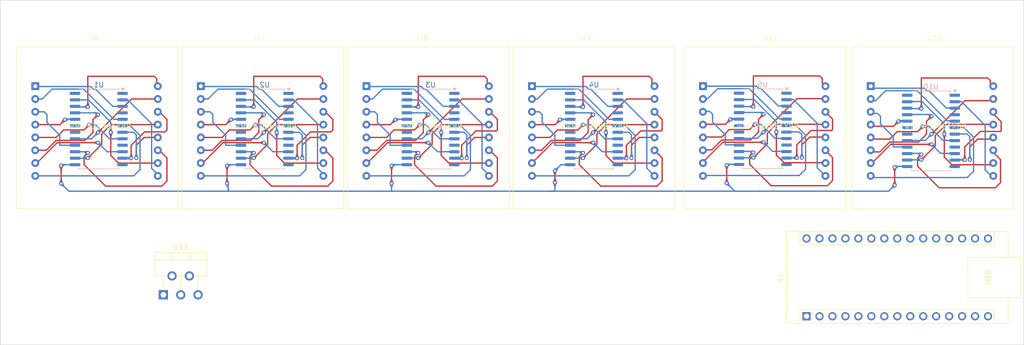
<source format=kicad_pcb>
(kicad_pcb (version 20240108) (generator "pcbnew") (generator_version "8.0")
  (layers (0 "F.Cu" signal) (31 "B.Cu" signal) (34 "B.Paste" user) (35 "F.Paste" user) (36 "B.SilkS" user "B.Silkscreen") (37 "F.SilkS" user "F.Silkscreen") (38 "B.Mask" user) (39 "F.Mask" user) (44 "Edge.Cuts" user))
  (net 0 "")
  (net 1 "MOSI")
  (net 2 "MISO")
  (net 3 "GND")
  (net 4 "SCLK")
  (net 5 "DIG_7_U1")
  (net 6 "SEG_G_U1")
  (net 7 "DIG_2_U1")
  (net 8 "Net-(U2-DOUT)")
  (net 9 "DIG_1_U1")
  (net 10 "SEG_D_U1")
  (net 11 "DIG_5_U1")
  (net 12 "DIG_3_U1")
  (net 14 "DIG_0_U1")
  (net 15 "SEG_B_U1")
  (net 16 "SEG_DP_U1")
  (net 17 "+5V")
  (net 18 "SEG_C_U1")
  (net 19 "SEG_E_U1")
  (net 20 "CS_U1")
  (net 21 "SEG_A_U1")
  (net 22 "SEG_F_U1")
  (net 23 "DIG_4_U1")
  (net 24 "DIG_6_U1")
  (net 25 "CS_U2")
  (net 26 "DIG_0_U2")
  (net 27 "DIG_1_U2")
  (net 28 "DIG_5_U2")
  (net 29 "Net-(U3-DOUT)")
  (net 30 "DIG_3_U2")
  (net 31 "SEG_C_U2")
  (net 32 "DIG_2_U2")
  (net 33 "DIG_6_U2")
  (net 34 "SEG_F_U2")
  (net 35 "DIG_4_U2")
  (net 36 "DIG_7_U2")
  (net 37 "SEG_B_U2")
  (net 38 "SEG_DP_U2")
  (net 40 "SEG_E_U2")
  (net 41 "SEG_A_U2")
  (net 42 "SEG_D_U2")
  (net 43 "SEG_G_U2")
  (net 44 "SEG_E_U3")
  (net 45 "SEG_DP_U3")
  (net 47 "SEG_F_U3")
  (net 48 "DIG_6_U3")
  (net 49 "DIG_2_U3")
  (net 50 "DIG_3_U3")
  (net 51 "CS_U3")
  (net 52 "SEG_A_U3")
  (net 53 "DIG_4_U3")
  (net 54 "DIG_0_U3")
  (net 55 "SEG_B_U3")
  (net 56 "SEG_C_U3")
  (net 57 "SEG_G_U3")
  (net 59 "SEG_D_U3")
  (net 60 "DIG_5_U3")
  (net 61 "DIG_1_U3")
  (net 62 "DIG_7_U3")
  (net 63 "DIG_3_U4")
  (net 64 "DIG_1_U4")
  (net 65 "SEG_F_U4")
  (net 66 "SEG_A_U4")
  (net 67 "DIG_6_U4")
  (net 69 "SEG_C_U4")
  (net 71 "SEG_DP_U4")
  (net 72 "DIG_7_U4")
  (net 73 "SEG_G_U4")
  (net 74 "SEG_E_U4")
  (net 75 "SEG_D_U4")
  (net 76 "CS_U4")
  (net 77 "SEG_B_U4")
  (net 78 "DIG_5_U4")
  (net 79 "DIG_2_U4")
  (net 80 "DIG_0_U4")
  (net 81 "DIG_4_U4")
  (net 104 "Net-(U1-DOUT)")
  (net 106 "Net-(U4-DOUT)")
  (net 107 "DIG_1_U5")
  (net 109 "SEG_C_U5")
  (net 110 "DIG_6_U5")
  (net 111 "SEG_A_U5")
  (net 112 "DIG_7_U5")
  (net 113 "DIG_3_U5")
  (net 114 "DIG_4_U5")
  (net 115 "Net-(U10-DIN)")
  (net 116 "CS_U5")
  (net 117 "DIG_5_U5")
  (net 118 "DIG_0_U5")
  (net 119 "SEG_E_U5")
  (net 120 "SEG_B_U5")
  (net 121 "SEG_D_U5")
  (net 122 "SEG_F_U5")
  (net 123 "SEG_DP_U5")
  (net 124 "DIG_2_U5")
  (net 125 "SEG_G_U5")
  (net 126 "DIG_6_U10")
  (net 127 "DIG_2_U10")
  (net 128 "SEG_G_U10")
  (net 129 "DIG_0_U10")
  (net 130 "SEG_B_U10")
  (net 131 "SEG_C_U10")
  (net 132 "CS_U10")
  (net 133 "DIG_1_U10")
  (net 134 "DIG_7_U10")
  (net 135 "SEG_DP_U10")
  (net 136 "SEG_F_U10")
  (net 138 "DIG_3_U10")
  (net 139 "SEG_E_U10")
  (net 140 "SEG_D_U10")
  (net 142 "DIG_4_U10")
  (net 143 "SEG_A_U10")
  (net 144 "DIG_5_U10")
  (footprint "1_My_Custom_Library:KWM-R30881CBB" (layer "F.Cu") (at 160.6 67.73)
    (property "Reference" "U9")
    (property "Value" "KWM-R30881CBB")
  )
  (footprint "1_My_Custom_Library:KWM-R30881CBB" (layer "F.Cu") (at 226.961802 67.73)
    (property "Reference" "U12")
    (property "Value" "KWM-R30881CBB")
  )
  (footprint "1_My_Custom_Library:KWM-R30881CBB" (layer "F.Cu") (at 63.31 67.73)
    (property "Reference" "U6")
    (property "Value" "KWM-R30881CBB")
  )
  (footprint "1_My_Custom_Library:KWM-R30881CBB" (layer "F.Cu") (at 95.74 67.73)
    (property "Reference" "U7")
    (property "Value" "KWM-R30881CBB")
  )
  (footprint "Module:Arduino_Nano" (layer "F.Cu") (at 214.38 112.8 90)
    (property "Reference" "A1")
    (property "Value" "Arduino_Nano_ESP32")
  )
  (footprint "1_My_Custom_Library:KWM-R30881CBB" (layer "F.Cu") (at 128.17 67.73)
    (property "Reference" "U8")
    (property "Value" "KWM-R30881CBB")
  )
  (footprint "1_My_Custom_Library:KWM-R30881CBB" (layer "F.Cu") (at 194.091802 67.73)
    (property "Reference" "U11")
    (property "Value" "KWM-R30881CBB")
  )
  (footprint "Package_TO_SOT_THT:TO-220-5_P3.4x3.7mm_StaggerOdd_Lead3.8mm_Vertical" (layer "F.Cu") (at 88.4 108.6)
    (property "Reference" "U13")
    (property "Value" "LM2679T-ADJ")
  )
  (footprint "Package_SO:SOIC-24W_7.5x15.4mm_P1.27mm" (layer "B.Cu") (at 238.761802 76.49 180)
    (property "Reference" "U10")
    (property "Value" "MAX7219")
  )
  (footprint "Package_SO:SOIC-24W_7.5x15.4mm_P1.27mm" (layer "B.Cu") (at 172.75 76.125 180)
    (property "Reference" "U4")
    (property "Value" "MAX7219")
  )
  (footprint "Package_SO:SOIC-24W_7.5x15.4mm_P1.27mm" (layer "B.Cu") (at 205.811802 76.09 180)
    (property "Reference" "U5")
    (property "Value" "MAX7219")
  )
  (footprint "Package_SO:SOIC-24W_7.5x15.4mm_P1.27mm" (layer "B.Cu") (at 108.25 76.125 180)
    (property "Reference" "U2")
    (property "Value" "MAX7219")
  )
  (footprint "Package_SO:SOIC-24W_7.5x15.4mm_P1.27mm" (layer "B.Cu") (at 75.75 76.125 180)
    (property "Reference" "U1")
    (property "Value" "MAX7219")
  )
  (footprint "Package_SO:SOIC-24W_7.5x15.4mm_P1.27mm" (layer "B.Cu") (at 140.75 76.125 180)
    (property "Reference" "U3")
    (property "Value" "MAX7219")
  )
  (gr_rect (start 56.45 50.9) (end 256.95 118.4) (stroke (width 0.1)) (fill none) (layer "Edge.Cuts"))
  (segment (start 198.75 86.725) (end 198.75 83.225) (width 0.25) (layer "F.Cu") (net 4))
  (segment (start 133.1 86.8) (end 133.1 83.3) (width 0.25) (layer "F.Cu") (net 4))
  (segment (start 100.875 86.8) (end 100.875 83.3) (width 0.25) (layer "F.Cu") (net 4))
  (segment (start 68.375 86.8) (end 68.375 83.3) (width 0.25) (layer "F.Cu") (net 4))
  (segment (start 165.1 86.6) (end 165.1 84.3) (width 0.25) (layer "F.Cu") (net 4))
  (segment (start 231.65 87.125) (end 231.65 83.625) (width 0.25) (layer "F.Cu") (net 4))
  (via (at 198.75 83.225) (size 0.8) (drill 0.4) (layers "F.Cu" "B.Cu") (net 4))
  (via (at 68.375 83.3) (size 0.8) (drill 0.4) (layers "F.Cu" "B.Cu") (net 4))
  (via (at 133.1 83.3) (size 0.8) (drill 0.4) (layers "F.Cu" "B.Cu") (net 4))
  (via (at 165.1 86.6) (size 0.8) (drill 0.4) (layers "F.Cu" "B.Cu") (net 4))
  (via (at 198.75 86.725) (size 0.8) (drill 0.4) (layers "F.Cu" "B.Cu") (net 4))
  (via (at 100.875 83.3) (size 0.8) (drill 0.4) (layers "F.Cu" "B.Cu") (net 4))
  (via (at 231.65 83.625) (size 0.8) (drill 0.4) (layers "F.Cu" "B.Cu") (net 4))
  (via (at 231.65 87.125) (size 0.8) (drill 0.4) (layers "F.Cu" "B.Cu") (net 4))
  (via (at 100.875 86.8) (size 0.8) (drill 0.4) (layers "F.Cu" "B.Cu") (net 4))
  (via (at 133.1 86.8) (size 0.8) (drill 0.4) (layers "F.Cu" "B.Cu") (net 4))
  (via (at 68.375 86.8) (size 0.8) (drill 0.4) (layers "F.Cu" "B.Cu") (net 4))
  (via (at 165.1 84.3) (size 0.8) (drill 0.4) (layers "F.Cu" "B.Cu") (net 4))
  (segment (start 68.565 83.11) (end 68.375 83.3) (width 0.25) (layer "B.Cu") (net 4))
  (segment (start 103.6 83.11) (end 101.065 83.11) (width 0.25) (layer "B.Cu") (net 4))
  (segment (start 234.375 83.435) (end 231.84 83.435) (width 0.25) (layer "B.Cu") (net 4))
  (segment (start 201.475 83.035) (end 198.94 83.035) (width 0.25) (layer "B.Cu") (net 4))
  (segment (start 230.475 88.3) (end 163.8 88.3) (width 0.25) (layer "B.Cu") (net 4))
  (segment (start 166.29 83.11) (end 165.1 84.3) (width 0.25) (layer "B.Cu") (net 4))
  (segment (start 136.1 83.11) (end 133.29 83.11) (width 0.25) (layer "B.Cu") (net 4))
  (segment (start 165.1 86.6) (end 165.1 88.2) (width 0.25) (layer "B.Cu") (net 4))
  (segment (start 70 88.3) (end 69.875 88.3) (width 0.25) (layer "B.Cu") (net 4))
  (segment (start 133.1 88.3) (end 101.1 88.3) (width 0.25) (layer "B.Cu") (net 4))
  (segment (start 101.1 87.525) (end 100.875 87.3) (width 0.25) (layer "B.Cu") (net 4))
  (segment (start 133.1 86.8) (end 133.1 88.3) (width 0.25) (layer "B.Cu") (net 4))
  (segment (start 100.875 87.3) (end 100.875 86.8) (width 0.25) (layer "B.Cu") (net 4))
  (segment (start 71.1 83.11) (end 68.565 83.11) (width 0.25) (layer "B.Cu") (net 4))
  (segment (start 101.1 88.3) (end 101.1 87.525) (width 0.25) (layer "B.Cu") (net 4))
  (segment (start 231.84 83.435) (end 231.65 83.625) (width 0.25) (layer "B.Cu") (net 4))
  (segment (start 200.25 88.225) (end 198.75 86.725) (width 0.25) (layer "B.Cu") (net 4))
  (segment (start 69.875 88.3) (end 68.375 86.8) (width 0.25) (layer "B.Cu") (net 4))
  (segment (start 168.1 83.11) (end 166.29 83.11) (width 0.25) (layer "B.Cu") (net 4))
  (segment (start 165 88.3) (end 163.8 88.3) (width 0.25) (layer "B.Cu") (net 4))
  (segment (start 165.1 88.2) (end 165 88.3) (width 0.25) (layer "B.Cu") (net 4))
  (segment (start 101.1 88.3) (end 70 88.3) (width 0.25) (layer "B.Cu") (net 4))
  (segment (start 198.94 83.035) (end 198.75 83.225) (width 0.25) (layer "B.Cu") (net 4))
  (segment (start 133.29 83.11) (end 133.1 83.3) (width 0.25) (layer "B.Cu") (net 4))
  (segment (start 163.8 88.3) (end 133.1 88.3) (width 0.25) (layer "B.Cu") (net 4))
  (segment (start 101.065 83.11) (end 100.875 83.3) (width 0.25) (layer "B.Cu") (net 4))
  (segment (start 231.65 87.125) (end 230.475 88.3) (width 0.25) (layer "B.Cu") (net 4))
  (segment (start 73.875 75.3) (end 72.875 76.3) (width 0.25) (layer "F.Cu") (net 5))
  (segment (start 72.875 76.3) (end 68.875 76.3) (width 0.25) (layer "F.Cu") (net 5))
  (segment (start 68.875 76.3) (end 67.405 77.77) (width 0.25) (layer "F.Cu") (net 5))
  (segment (start 67.405 77.77) (end 63.6 77.77) (width 0.25) (layer "F.Cu") (net 5))
  (via (at 73.875 75.3) (size 0.8) (drill 0.4) (layers "F.Cu" "B.Cu") (net 5))
  (segment (start 77.855305 78.03) (end 80.4 78.03) (width 0.25) (layer "B.Cu") (net 5))
  (segment (start 73.875 75.3) (end 75.125305 75.3) (width 0.25) (layer "B.Cu") (net 5))
  (segment (start 75.125305 75.3) (end 77.855305 78.03) (width 0.25) (layer "B.Cu") (net 5))
  (segment (start 82.16 70.24) (end 87.6 70.24) (width 0.25) (layer "F.Cu") (net 6))
  (segment (start 75.6 76.8) (end 82.16 70.24) (width 0.25) (layer "F.Cu") (net 6))
  (via (at 75.6 76.8) (size 0.8) (drill 0.4) (layers "F.Cu" "B.Cu") (net 6))
  (segment (start 74.37 78.03) (end 75.6 76.8) (width 0.25) (layer "B.Cu") (net 6))
  (segment (start 71.1 78.03) (end 74.37 78.03) (width 0.25) (layer "B.Cu") (net 6))
  (segment (start 81.926396 75.49) (end 80.4 75.49) (width 0.25) (layer "B.Cu") (net 7))
  (segment (start 63.6 85.3) (end 82.6 85.3) (width 0.25) (layer "B.Cu") (net 7))
  (segment (start 83.825 77.388604) (end 81.926396 75.49) (width 0.25) (layer "B.Cu") (net 7))
  (segment (start 82.6 85.3) (end 83.825 84.075) (width 0.25) (layer "B.Cu") (net 7))
  (segment (start 83.825 84.075) (end 83.825 77.388604) (width 0.25) (layer "B.Cu") (net 7))
  (segment (start 82.1 79.3) (end 84.717 76.683) (width 0.25) (layer "F.Cu") (net 9))
  (segment (start 89.1 76.298625) (end 89.1 74.25) (width 0.25) (layer "F.Cu") (net 9))
  (segment (start 88.715625 76.683) (end 89.1 76.298625) (width 0.25) (layer "F.Cu") (net 9))
  (segment (start 89.1 74.25) (end 87.6 72.75) (width 0.25) (layer "F.Cu") (net 9))
  (segment (start 82.1 81.84) (end 82.1 79.3) (width 0.25) (layer "F.Cu") (net 9))
  (segment (start 84.717 76.683) (end 88.715625 76.683) (width 0.25) (layer "F.Cu") (net 9))
  (via (at 82.1 81.84) (size 0.8) (drill 0.4) (layers "F.Cu" "B.Cu") (net 9))
  (segment (start 82.1 81.84) (end 80.4 81.84) (width 0.25) (layer "B.Cu") (net 9))
  (segment (start 78.1 76.8) (end 78.1 81.3) (width 0.25) (layer "F.Cu") (net 10))
  (segment (start 79.59 82.79) (end 87.6 82.79) (width 0.25) (layer "F.Cu") (net 10))
  (segment (start 78.1 81.3) (end 79.59 82.79) (width 0.25) (layer "F.Cu") (net 10))
  (via (at 78.1 76.8) (size 0.8) (drill 0.4) (layers "F.Cu" "B.Cu") (net 10))
  (segment (start 78.1 74.774695) (end 78.1 76.8) (width 0.25) (layer "B.Cu") (net 10))
  (segment (start 73.735305 70.41) (end 78.1 74.774695) (width 0.25) (layer "B.Cu") (net 10))
  (segment (start 71.1 70.41) (end 73.735305 70.41) (width 0.25) (layer "B.Cu") (net 10))
  (segment (start 67.59 78.8) (end 63.6 82.79) (width 0.25) (layer "F.Cu") (net 11))
  (segment (start 75.6 78.8) (end 67.59 78.8) (width 0.25) (layer "F.Cu") (net 11))
  (via (at 75.6 78.8) (size 0.8) (drill 0.4) (layers "F.Cu" "B.Cu") (net 11))
  (segment (start 80.4 80.57) (end 77.37 80.57) (width 0.25) (layer "B.Cu") (net 11))
  (segment (start 77.37 80.57) (end 75.6 78.8) (width 0.25) (layer "B.Cu") (net 11))
  (segment (start 83.1 79.3) (end 84.63 77.77) (width 0.25) (layer "F.Cu") (net 12))
  (segment (start 83.1 81.8) (end 83.1 79.3) (width 0.25) (layer "F.Cu") (net 12))
  (segment (start 84.63 77.77) (end 87.6 77.77) (width 0.25) (layer "F.Cu") (net 12))
  (via (at 83.1 81.8) (size 0.8) (drill 0.4) (layers "F.Cu" "B.Cu") (net 12))
  (segment (start 82.56 76.76) (end 80.4 76.76) (width 0.25) (layer "B.Cu") (net 12))
  (segment (start 83.1 77.3) (end 82.56 76.76) (width 0.25) (layer "B.Cu") (net 12))
  (segment (start 83.1 81.8) (end 83.1 77.3) (width 0.25) (layer "B.Cu") (net 12))
  (segment (start 81.424999 70.41) (end 86.1 75.085001) (width 0.25) (layer "B.Cu") (net 14))
  (segment (start 80.4 70.41) (end 81.424999 70.41) (width 0.25) (layer "B.Cu") (net 14))
  (segment (start 86.1 83.8) (end 87.6 85.3) (width 0.25) (layer "B.Cu") (net 14))
  (segment (start 86.1 75.085001) (end 86.1 83.8) (width 0.25) (layer "B.Cu") (net 14))
  (segment (start 65.6 74.824999) (end 65.6 73.3) (width 0.25) (layer "B.Cu") (net 15))
  (segment (start 65.6 73.3) (end 65.05 72.75) (width 0.25) (layer "B.Cu") (net 15))
  (segment (start 65.05 72.75) (end 63.6 72.75) (width 0.25) (layer "B.Cu") (net 15))
  (segment (start 68.1 77.324999) (end 65.6 74.824999) (width 0.25) (layer "B.Cu") (net 15))
  (segment (start 71.1 79.3) (end 68.1 79.3) (width 0.25) (layer "B.Cu") (net 15))
  (segment (start 68.1 79.3) (end 68.1 77.324999) (width 0.25) (layer "B.Cu") (net 15))
  (segment (start 87.1 66.3) (end 87.1 67.23) (width 0.25) (layer "F.Cu") (net 16))
  (segment (start 73.6 65.8) (end 86.6 65.8) (width 0.25) (layer "F.Cu") (net 16))
  (segment (start 87.1 67.23) (end 87.6 67.73) (width 0.25) (layer "F.Cu") (net 16))
  (segment (start 73.6 71.8) (end 73.6 65.8) (width 0.25) (layer "F.Cu") (net 16))
  (segment (start 86.6 65.8) (end 87.1 66.3) (width 0.25) (layer "F.Cu") (net 16))
  (via (at 73.6 71.8) (size 0.8) (drill 0.4) (layers "F.Cu" "B.Cu") (net 16))
  (segment (start 71.1 71.8) (end 73.6 71.8) (width 0.25) (layer "B.Cu") (net 16))
  (segment (start 71.1 71.68) (end 71.1 71.8) (width 0.25) (layer "B.Cu") (net 16))
  (segment (start 69.1 74.3) (end 68.14 75.26) (width 0.25) (layer "F.Cu") (net 18))
  (segment (start 68.14 75.26) (end 63.6 75.26) (width 0.25) (layer "F.Cu") (net 18))
  (via (at 69.1 74.3) (size 0.8) (drill 0.4) (layers "F.Cu" "B.Cu") (net 18))
  (segment (start 69.18 74.22) (end 69.1 74.3) (width 0.25) (layer "B.Cu") (net 18))
  (segment (start 71.1 74.22) (end 69.18 74.22) (width 0.25) (layer "B.Cu") (net 18))
  (segment (start 73.05 78.35) (end 67.403604 78.35) (width 0.25) (layer "F.Cu") (net 19))
  (segment (start 75.6 73.3) (end 74.6 74.3) (width 0.25) (layer "F.Cu") (net 19))
  (segment (start 74.6 76.8) (end 73.05 78.35) (width 0.25) (layer "F.Cu") (net 19))
  (segment (start 74.6 74.3) (end 74.6 76.8) (width 0.25) (layer "F.Cu") (net 19))
  (segment (start 65.473604 80.28) (end 63.6 80.28) (width 0.25) (layer "F.Cu") (net 19))
  (segment (start 67.403604 78.35) (end 65.473604 80.28) (width 0.25) (layer "F.Cu") (net 19))
  (via (at 75.6 73.3) (size 0.8) (drill 0.4) (layers "F.Cu" "B.Cu") (net 19))
  (segment (start 70.95 72.8) (end 71.1 72.95) (width 0.25) (layer "B.Cu") (net 19))
  (segment (start 75.25 72.95) (end 71.1 72.95) (width 0.25) (layer "B.Cu") (net 19))
  (segment (start 75.6 73.3) (end 75.25 72.95) (width 0.25) (layer "B.Cu") (net 19))
  (segment (start 73.6 81.8) (end 73.625305 81.8) (width 0.25) (layer "F.Cu") (net 21))
  (segment (start 76.325 79.100305) (end 76.325 77.075) (width 0.25) (layer "F.Cu") (net 21))
  (segment (start 76.325 77.075) (end 78.14 75.26) (width 0.25) (layer "F.Cu") (net 21))
  (segment (start 73.625305 81.8) (end 76.325 79.100305) (width 0.25) (layer "F.Cu") (net 21))
  (segment (start 78.14 75.26) (end 87.6 75.26) (width 0.25) (layer "F.Cu") (net 21))
  (via (at 73.6 81.8) (size 0.8) (drill 0.4) (layers "F.Cu" "B.Cu") (net 21))
  (segment (start 71.1 81.84) (end 73.56 81.84) (width 0.25) (layer "B.Cu") (net 21))
  (segment (start 73.56 81.84) (end 73.6 81.8) (width 0.25) (layer "B.Cu") (net 21))
  (segment (start 72.875 83.100305) (end 77.074695 87.3) (width 0.25) (layer "F.Cu") (net 22))
  (segment (start 77.074695 87.3) (end 88.1 87.3) (width 0.25) (layer "F.Cu") (net 22))
  (segment (start 89.1 86.3) (end 89.1 81.78) (width 0.25) (layer "F.Cu") (net 22))
  (segment (start 89.1 81.78) (end 87.6 80.28) (width 0.25) (layer "F.Cu") (net 22))
  (segment (start 72.875 81.499695) (end 72.875 83.100305) (width 0.25) (layer "F.Cu") (net 22))
  (segment (start 73.574695 80.8) (end 72.875 81.499695) (width 0.25) (layer "F.Cu") (net 22))
  (segment (start 73.6 80.8) (end 73.574695 80.8) (width 0.25) (layer "F.Cu") (net 22))
  (segment (start 88.1 87.3) (end 89.1 86.3) (width 0.25) (layer "F.Cu") (net 22))
  (via (at 73.6 80.8) (size 0.8) (drill 0.4) (layers "F.Cu" "B.Cu") (net 22))
  (segment (start 71.1 80.57) (end 73.37 80.57) (width 0.25) (layer "B.Cu") (net 22))
  (segment (start 73.37 80.57) (end 73.6 80.8) (width 0.25) (layer "B.Cu") (net 22))
  (segment (start 74.189325 67.8) (end 63.67 67.8) (width 0.25) (layer "B.Cu") (net 23))
  (segment (start 78.48 71.68) (end 75.135675 68.335675) (width 0.25) (layer "B.Cu") (net 23))
  (segment (start 63.67 67.8) (end 63.6 67.73) (width 0.25) (layer "B.Cu") (net 23))
  (segment (start 80.4 71.68) (end 78.48 71.68) (width 0.25) (layer "B.Cu") (net 23))
  (segment (start 75.135675 68.335675) (end 74.725 68.335675) (width 0.25) (layer "B.Cu") (net 23))
  (segment (start 74.725 68.335675) (end 74.189325 67.8) (width 0.25) (layer "B.Cu") (net 23))
  (segment (start 80.4 74.22) (end 78.697501 74.22) (width 0.25) (layer "B.Cu") (net 24))
  (segment (start 72.777501 68.3) (end 66.6 68.3) (width 0.25) (layer "B.Cu") (net 24))
  (segment (start 78.697501 74.22) (end 72.777501 68.3) (width 0.25) (layer "B.Cu") (net 24))
  (segment (start 64.66 70.24) (end 63.6 70.24) (width 0.25) (layer "B.Cu") (net 24))
  (segment (start 66.6 68.3) (end 64.66 70.24) (width 0.25) (layer "B.Cu") (net 24))
  (segment (start 118.6 83.8) (end 120.1 85.3) (width 0.25) (layer "B.Cu") (net 26))
  (segment (start 113.924999 70.41) (end 118.6 75.085001) (width 0.25) (layer "B.Cu") (net 26))
  (segment (start 118.6 75.085001) (end 118.6 83.8) (width 0.25) (layer "B.Cu") (net 26))
  (segment (start 112.9 70.41) (end 113.924999 70.41) (width 0.25) (layer "B.Cu") (net 26))
  (segment (start 121.6 76.298625) (end 121.6 74.25) (width 0.25) (layer "F.Cu") (net 27))
  (segment (start 114.6 81.84) (end 114.6 79.3) (width 0.25) (layer "F.Cu") (net 27))
  (segment (start 121.215625 76.683) (end 121.6 76.298625) (width 0.25) (layer "F.Cu") (net 27))
  (segment (start 117.217 76.683) (end 121.215625 76.683) (width 0.25) (layer "F.Cu") (net 27))
  (segment (start 121.6 74.25) (end 120.1 72.75) (width 0.25) (layer "F.Cu") (net 27))
  (segment (start 114.6 79.3) (end 117.217 76.683) (width 0.25) (layer "F.Cu") (net 27))
  (via (at 114.6 81.84) (size 0.8) (drill 0.4) (layers "F.Cu" "B.Cu") (net 27))
  (segment (start 114.6 81.84) (end 112.9 81.84) (width 0.25) (layer "B.Cu") (net 27))
  (segment (start 108.1 78.8) (end 100.09 78.8) (width 0.25) (layer "F.Cu") (net 28))
  (segment (start 100.09 78.8) (end 96.1 82.79) (width 0.25) (layer "F.Cu") (net 28))
  (via (at 108.1 78.8) (size 0.8) (drill 0.4) (layers "F.Cu" "B.Cu") (net 28))
  (segment (start 109.87 80.57) (end 108.1 78.8) (width 0.25) (layer "B.Cu") (net 28))
  (segment (start 112.9 80.57) (end 109.87 80.57) (width 0.25) (layer "B.Cu") (net 28))
  (segment (start 115.6 81.8) (end 115.6 79.3) (width 0.25) (layer "F.Cu") (net 30))
  (segment (start 115.6 79.3) (end 117.13 77.77) (width 0.25) (layer "F.Cu") (net 30))
  (segment (start 117.13 77.77) (end 120.1 77.77) (width 0.25) (layer "F.Cu") (net 30))
  (via (at 115.6 81.8) (size 0.8) (drill 0.4) (layers "F.Cu" "B.Cu") (net 30))
  (segment (start 115.06 76.76) (end 112.9 76.76) (width 0.25) (layer "B.Cu") (net 30))
  (segment (start 115.6 81.8) (end 115.6 77.3) (width 0.25) (layer "B.Cu") (net 30))
  (segment (start 115.6 77.3) (end 115.06 76.76) (width 0.25) (layer "B.Cu") (net 30))
  (segment (start 100.64 75.26) (end 96.1 75.26) (width 0.25) (layer "F.Cu") (net 31))
  (segment (start 101.6 74.3) (end 100.64 75.26) (width 0.25) (layer "F.Cu") (net 31))
  (via (at 101.6 74.3) (size 0.8) (drill 0.4) (layers "F.Cu" "B.Cu") (net 31))
  (segment (start 101.68 74.22) (end 101.6 74.3) (width 0.25) (layer "B.Cu") (net 31))
  (segment (start 103.6 74.22) (end 101.68 74.22) (width 0.25) (layer "B.Cu") (net 31))
  (segment (start 114.426396 75.49) (end 112.9 75.49) (width 0.25) (layer "B.Cu") (net 32))
  (segment (start 115.1 85.3) (end 116.325 84.075) (width 0.25) (layer "B.Cu") (net 32))
  (segment (start 96.1 85.3) (end 115.1 85.3) (width 0.25) (layer "B.Cu") (net 32))
  (segment (start 116.325 77.388604) (end 114.426396 75.49) (width 0.25) (layer "B.Cu") (net 32))
  (segment (start 116.325 84.075) (end 116.325 77.388604) (width 0.25) (layer "B.Cu") (net 32))
  (segment (start 112.9 74.22) (end 111.197501 74.22) (width 0.25) (layer "B.Cu") (net 33))
  (segment (start 111.197501 74.22) (end 105.277501 68.3) (width 0.25) (layer "B.Cu") (net 33))
  (segment (start 105.277501 68.3) (end 99.1 68.3) (width 0.25) (layer "B.Cu") (net 33))
  (segment (start 97.16 70.24) (end 96.1 70.24) (width 0.25) (layer "B.Cu") (net 33))
  (segment (start 99.1 68.3) (end 97.16 70.24) (width 0.25) (layer "B.Cu") (net 33))
  (segment (start 106.1 80.8) (end 106.074695 80.8) (width 0.25) (layer "F.Cu") (net 34))
  (segment (start 120.6 87.3) (end 121.6 86.3) (width 0.25) (layer "F.Cu") (net 34))
  (segment (start 121.6 86.3) (end 121.6 81.78) (width 0.25) (layer "F.Cu") (net 34))
  (segment (start 109.574695 87.3) (end 120.6 87.3) (width 0.25) (layer "F.Cu") (net 34))
  (segment (start 105.375 81.499695) (end 105.375 83.100305) (width 0.25) (layer "F.Cu") (net 34))
  (segment (start 106.074695 80.8) (end 105.375 81.499695) (width 0.25) (layer "F.Cu") (net 34))
  (segment (start 121.6 81.78) (end 120.1 80.28) (width 0.25) (layer "F.Cu") (net 34))
  (segment (start 105.375 83.100305) (end 109.574695 87.3) (width 0.25) (layer "F.Cu") (net 34))
  (via (at 106.1 80.8) (size 0.8) (drill 0.4) (layers "F.Cu" "B.Cu") (net 34))
  (segment (start 105.87 80.57) (end 106.1 80.8) (width 0.25) (layer "B.Cu") (net 34))
  (segment (start 103.6 80.57) (end 105.87 80.57) (width 0.25) (layer "B.Cu") (net 34))
  (segment (start 96.17 67.8) (end 96.1 67.73) (width 0.25) (layer "B.Cu") (net 35))
  (segment (start 110.98 71.68) (end 107.635675 68.335675) (width 0.25) (layer "B.Cu") (net 35))
  (segment (start 107.635675 68.335675) (end 107.225 68.335675) (width 0.25) (layer "B.Cu") (net 35))
  (segment (start 107.225 68.335675) (end 106.689325 67.8) (width 0.25) (layer "B.Cu") (net 35))
  (segment (start 106.689325 67.8) (end 96.17 67.8) (width 0.25) (layer "B.Cu") (net 35))
  (segment (start 112.9 71.68) (end 110.98 71.68) (width 0.25) (layer "B.Cu") (net 35))
  (segment (start 99.905 77.77) (end 96.1 77.77) (width 0.25) (layer "F.Cu") (net 36))
  (segment (start 106.375 75.3) (end 105.375 76.3) (width 0.25) (layer "F.Cu") (net 36))
  (segment (start 101.375 76.3) (end 99.905 77.77) (width 0.25) (layer "F.Cu") (net 36))
  (segment (start 105.375 76.3) (end 101.375 76.3) (width 0.25) (layer "F.Cu") (net 36))
  (via (at 106.375 75.3) (size 0.8) (drill 0.4) (layers "F.Cu" "B.Cu") (net 36))
  (segment (start 107.625305 75.3) (end 110.355305 78.03) (width 0.25) (layer "B.Cu") (net 36))
  (segment (start 106.375 75.3) (end 107.625305 75.3) (width 0.25) (layer "B.Cu") (net 36))
  (segment (start 110.355305 78.03) (end 112.9 78.03) (width 0.25) (layer "B.Cu") (net 36))
  (segment (start 100.6 79.3) (end 100.6 77.324999) (width 0.25) (layer "B.Cu") (net 37))
  (segment (start 97.55 72.75) (end 96.1 72.75) (width 0.25) (layer "B.Cu") (net 37))
  (segment (start 98.1 74.824999) (end 98.1 73.3) (width 0.25) (layer "B.Cu") (net 37))
  (segment (start 98.1 73.3) (end 97.55 72.75) (width 0.25) (layer "B.Cu") (net 37))
  (segment (start 100.6 77.324999) (end 98.1 74.824999) (width 0.25) (layer "B.Cu") (net 37))
  (segment (start 103.6 79.3) (end 100.6 79.3) (width 0.25) (layer "B.Cu") (net 37))
  (segment (start 119.1 65.8) (end 119.6 66.3) (width 0.25) (layer "F.Cu") (net 38))
  (segment (start 106.1 65.8) (end 119.1 65.8) (width 0.25) (layer "F.Cu") (net 38))
  (segment (start 119.6 66.3) (end 119.6 67.23) (width 0.25) (layer "F.Cu") (net 38))
  (segment (start 106.1 71.8) (end 106.1 65.8) (width 0.25) (layer "F.Cu") (net 38))
  (segment (start 119.6 67.23) (end 120.1 67.73) (width 0.25) (layer "F.Cu") (net 38))
  (via (at 106.1 71.8) (size 0.8) (drill 0.4) (layers "F.Cu" "B.Cu") (net 38))
  (segment (start 103.6 71.68) (end 103.6 71.8) (width 0.25) (layer "B.Cu") (net 38))
  (segment (start 103.6 71.8) (end 106.1 71.8) (width 0.25) (layer "B.Cu") (net 38))
  (segment (start 107.1 74.3) (end 107.1 76.8) (width 0.25) (layer "F.Cu") (net 40))
  (segment (start 97.973604 80.28) (end 96.1 80.28) (width 0.25) (layer "F.Cu") (net 40))
  (segment (start 108.1 73.3) (end 107.1 74.3) (width 0.25) (layer "F.Cu") (net 40))
  (segment (start 107.1 76.8) (end 105.55 78.35) (width 0.25) (layer "F.Cu") (net 40))
  (segment (start 105.55 78.35) (end 99.903604 78.35) (width 0.25) (layer "F.Cu") (net 40))
  (segment (start 99.903604 78.35) (end 97.973604 80.28) (width 0.25) (layer "F.Cu") (net 40))
  (via (at 108.1 73.3) (size 0.8) (drill 0.4) (layers "F.Cu" "B.Cu") (net 40))
  (segment (start 103.45 72.8) (end 103.6 72.95) (width 0.25) (layer "B.Cu") (net 40))
  (segment (start 108.1 73.3) (end 107.75 72.95) (width 0.25) (layer "B.Cu") (net 40))
  (segment (start 107.75 72.95) (end 103.6 72.95) (width 0.25) (layer "B.Cu") (net 40))
  (segment (start 108.825 77.075) (end 110.64 75.26) (width 0.25) (layer "F.Cu") (net 41))
  (segment (start 108.825 79.100305) (end 108.825 77.075) (width 0.25) (layer "F.Cu") (net 41))
  (segment (start 110.64 75.26) (end 120.1 75.26) (width 0.25) (layer "F.Cu") (net 41))
  (segment (start 106.125305 81.8) (end 108.825 79.100305) (width 0.25) (layer "F.Cu") (net 41))
  (segment (start 106.1 81.8) (end 106.125305 81.8) (width 0.25) (layer "F.Cu") (net 41))
  (via (at 106.1 81.8) (size 0.8) (drill 0.4) (layers "F.Cu" "B.Cu") (net 41))
  (segment (start 103.6 81.84) (end 106.06 81.84) (width 0.25) (layer "B.Cu") (net 41))
  (segment (start 106.06 81.84) (end 106.1 81.8) (width 0.25) (layer "B.Cu") (net 41))
  (segment (start 110.6 76.8) (end 110.6 81.3) (width 0.25) (layer "F.Cu") (net 42))
  (segment (start 110.6 81.3) (end 112.09 82.79) (width 0.25) (layer "F.Cu") (net 42))
  (segment (start 112.09 82.79) (end 120.1 82.79) (width 0.25) (layer "F.Cu") (net 42))
  (via (at 110.6 76.8) (size 0.8) (drill 0.4) (layers "F.Cu" "B.Cu") (net 42))
  (segment (start 106.235305 70.41) (end 110.6 74.774695) (width 0.25) (layer "B.Cu") (net 42))
  (segment (start 103.6 70.41) (end 106.235305 70.41) (width 0.25) (layer "B.Cu") (net 42))
  (segment (start 110.6 74.774695) (end 110.6 76.8) (width 0.25) (layer "B.Cu") (net 42))
  (segment (start 108.1 76.8) (end 114.66 70.24) (width 0.25) (layer "F.Cu") (net 43))
  (segment (start 114.66 70.24) (end 120.1 70.24) (width 0.25) (layer "F.Cu") (net 43))
  (via (at 108.1 76.8) (size 0.8) (drill 0.4) (layers "F.Cu" "B.Cu") (net 43))
  (segment (start 103.6 78.03) (end 106.87 78.03) (width 0.25) (layer "B.Cu") (net 43))
  (segment (start 106.87 78.03) (end 108.1 76.8) (width 0.25) (layer "B.Cu") (net 43))
  (segment (start 139.325 76.8) (end 137.775 78.35) (width 0.25) (layer "F.Cu") (net 44))
  (segment (start 139.325 74.3) (end 139.325 76.8) (width 0.25) (layer "F.Cu") (net 44))
  (segment (start 130.198604 80.28) (end 128.325 80.28) (width 0.25) (layer "F.Cu") (net 44))
  (segment (start 140.325 73.3) (end 139.325 74.3) (width 0.25) (layer "F.Cu") (net 44))
  (segment (start 132.128604 78.35) (end 130.198604 80.28) (width 0.25) (layer "F.Cu") (net 44))
  (segment (start 137.775 78.35) (end 132.128604 78.35) (width 0.25) (layer "F.Cu") (net 44))
  (via (at 140.325 73.3) (size 0.8) (drill 0.4) (layers "F.Cu" "B.Cu") (net 44))
  (segment (start 139.975 72.95) (end 135.825 72.95) (width 0.25) (layer "B.Cu") (net 44))
  (segment (start 135.675 72.8) (end 135.825 72.95) (width 0.25) (layer "B.Cu") (net 44))
  (segment (start 140.325 73.3) (end 139.975 72.95) (width 0.25) (layer "B.Cu") (net 44))
  (segment (start 151.825 66.3) (end 151.825 67.23) (width 0.25) (layer "F.Cu") (net 45))
  (segment (start 151.325 65.8) (end 151.825 66.3) (width 0.25) (layer "F.Cu") (net 45))
  (segment (start 151.825 67.23) (end 152.325 67.73) (width 0.25) (layer "F.Cu") (net 45))
  (segment (start 138.325 71.8) (end 138.325 65.8) (width 0.25) (layer "F.Cu") (net 45))
  (segment (start 138.325 65.8) (end 151.325 65.8) (width 0.25) (layer "F.Cu") (net 45))
  (via (at 138.325 71.8) (size 0.8) (drill 0.4) (layers "F.Cu" "B.Cu") (net 45))
  (segment (start 135.825 71.68) (end 135.825 71.8) (width 0.25) (layer "B.Cu") (net 45))
  (segment (start 135.825 71.8) (end 138.325 71.8) (width 0.25) (layer "B.Cu") (net 45))
  (segment (start 153.825 81.78) (end 152.325 80.28) (width 0.25) (layer "F.Cu") (net 47))
  (segment (start 152.825 87.3) (end 153.825 86.3) (width 0.25) (layer "F.Cu") (net 47))
  (segment (start 153.825 86.3) (end 153.825 81.78) (width 0.25) (layer "F.Cu") (net 47))
  (segment (start 137.6 83.100305) (end 141.799695 87.3) (width 0.25) (layer "F.Cu") (net 47))
  (segment (start 138.299695 80.8) (end 137.6 81.499695) (width 0.25) (layer "F.Cu") (net 47))
  (segment (start 137.6 81.499695) (end 137.6 83.100305) (width 0.25) (layer "F.Cu") (net 47))
  (segment (start 138.325 80.8) (end 138.299695 80.8) (width 0.25) (layer "F.Cu") (net 47))
  (segment (start 141.799695 87.3) (end 152.825 87.3) (width 0.25) (layer "F.Cu") (net 47))
  (via (at 138.325 80.8) (size 0.8) (drill 0.4) (layers "F.Cu" "B.Cu") (net 47))
  (segment (start 135.825 80.57) (end 138.095 80.57) (width 0.25) (layer "B.Cu") (net 47))
  (segment (start 138.095 80.57) (end 138.325 80.8) (width 0.25) (layer "B.Cu") (net 47))
  (segment (start 145.125 74.22) (end 143.422501 74.22) (width 0.25) (layer "B.Cu") (net 48))
  (segment (start 129.385 70.24) (end 128.325 70.24) (width 0.25) (layer "B.Cu") (net 48))
  (segment (start 143.422501 74.22) (end 137.502501 68.3) (width 0.25) (layer "B.Cu") (net 48))
  (segment (start 131.325 68.3) (end 129.385 70.24) (width 0.25) (layer "B.Cu") (net 48))
  (segment (start 137.502501 68.3) (end 131.325 68.3) (width 0.25) (layer "B.Cu") (net 48))
  (segment (start 128.325 85.3) (end 147.325 85.3) (width 0.25) (layer "B.Cu") (net 49))
  (segment (start 146.651396 75.49) (end 145.125 75.49) (width 0.25) (layer "B.Cu") (net 49))
  (segment (start 148.55 77.388604) (end 146.651396 75.49) (width 0.25) (layer "B.Cu") (net 49))
  (segment (start 147.325 85.3) (end 148.55 84.075) (width 0.25) (layer "B.Cu") (net 49))
  (segment (start 148.55 84.075) (end 148.55 77.388604) (width 0.25) (layer "B.Cu") (net 49))
  (segment (start 147.825 81.8) (end 147.825 79.3) (width 0.25) (layer "F.Cu") (net 50))
  (segment (start 147.825 79.3) (end 149.355 77.77) (width 0.25) (layer "F.Cu") (net 50))
  (segment (start 149.355 77.77) (end 152.325 77.77) (width 0.25) (layer "F.Cu") (net 50))
  (via (at 147.825 81.8) (size 0.8) (drill 0.4) (layers "F.Cu" "B.Cu") (net 50))
  (segment (start 147.825 81.8) (end 147.825 77.3) (width 0.25) (layer "B.Cu") (net 50))
  (segment (start 147.825 77.3) (end 147.285 76.76) (width 0.25) (layer "B.Cu") (net 50))
  (segment (start 147.285 76.76) (end 145.125 76.76) (width 0.25) (layer "B.Cu") (net 50))
  (segment (start 142.865 75.26) (end 152.325 75.26) (width 0.25) (layer "F.Cu") (net 52))
  (segment (start 138.350305 81.8) (end 141.05 79.100305) (width 0.25) (layer "F.Cu") (net 52))
  (segment (start 138.325 81.8) (end 138.350305 81.8) (width 0.25) (layer "F.Cu") (net 52))
  (segment (start 141.05 77.075) (end 142.865 75.26) (width 0.25) (layer "F.Cu") (net 52))
  (segment (start 141.05 79.100305) (end 141.05 77.075) (width 0.25) (layer "F.Cu") (net 52))
  (via (at 138.325 81.8) (size 0.8) (drill 0.4) (layers "F.Cu" "B.Cu") (net 52))
  (segment (start 138.285 81.84) (end 138.325 81.8) (width 0.25) (layer "B.Cu") (net 52))
  (segment (start 135.825 81.84) (end 138.285 81.84) (width 0.25) (layer "B.Cu") (net 52))
  (segment (start 138.914325 67.8) (end 128.395 67.8) (width 0.25) (layer "B.Cu") (net 53))
  (segment (start 139.45 68.335675) (end 138.914325 67.8) (width 0.25) (layer "B.Cu") (net 53))
  (segment (start 145.125 71.68) (end 143.205 71.68) (width 0.25) (layer "B.Cu") (net 53))
  (segment (start 128.395 67.8) (end 128.325 67.73) (width 0.25) (layer "B.Cu") (net 53))
  (segment (start 143.205 71.68) (end 139.860675 68.335675) (width 0.25) (layer "B.Cu") (net 53))
  (segment (start 139.860675 68.335675) (end 139.45 68.335675) (width 0.25) (layer "B.Cu") (net 53))
  (segment (start 150.825 75.085001) (end 150.825 83.8) (width 0.25) (layer "B.Cu") (net 54))
  (segment (start 146.149999 70.41) (end 150.825 75.085001) (width 0.25) (layer "B.Cu") (net 54))
  (segment (start 150.825 83.8) (end 152.325 85.3) (width 0.25) (layer "B.Cu") (net 54))
  (segment (start 145.125 70.41) (end 146.149999 70.41) (width 0.25) (layer "B.Cu") (net 54))
  (segment (start 132.825 79.3) (end 132.825 77.324999) (width 0.25) (layer "B.Cu") (net 55))
  (segment (start 132.825 77.324999) (end 130.325 74.824999) (width 0.25) (layer "B.Cu") (net 55))
  (segment (start 129.775 72.75) (end 128.325 72.75) (width 0.25) (layer "B.Cu") (net 55))
  (segment (start 130.325 74.824999) (end 130.325 73.3) (width 0.25) (layer "B.Cu") (net 55))
  (segment (start 135.825 79.3) (end 132.825 79.3) (width 0.25) (layer "B.Cu") (net 55))
  (segment (start 130.325 73.3) (end 129.775 72.75) (width 0.25) (layer "B.Cu") (net 55))
  (segment (start 132.865 75.26) (end 128.325 75.26) (width 0.25) (layer "F.Cu") (net 56))
  (segment (start 133.825 74.3) (end 132.865 75.26) (width 0.25) (layer "F.Cu") (net 56))
  (via (at 133.825 74.3) (size 0.8) (drill 0.4) (layers "F.Cu" "B.Cu") (net 56))
  (segment (start 135.825 74.22) (end 133.905 74.22) (width 0.25) (layer "B.Cu") (net 56))
  (segment (start 133.905 74.22) (end 133.825 74.3) (width 0.25) (layer "B.Cu") (net 56))
  (segment (start 146.885 70.24) (end 152.325 70.24) (width 0.25) (layer "F.Cu") (net 57))
  (segment (start 140.325 76.8) (end 146.885 70.24) (width 0.25) (layer "F.Cu") (net 57))
  (via (at 140.325 76.8) (size 0.8) (drill 0.4) (layers "F.Cu" "B.Cu") (net 57))
  (segment (start 139.095 78.03) (end 140.325 76.8) (width 0.25) (layer "B.Cu") (net 57))
  (segment (start 135.825 78.03) (end 139.095 78.03) (width 0.25) (layer "B.Cu") (net 57))
  (segment (start 144.315 82.79) (end 152.325 82.79) (width 0.25) (layer "F.Cu") (net 59))
  (segment (start 142.825 76.8) (end 142.825 81.3) (width 0.25) (layer "F.Cu") (net 59))
  (segment (start 142.825 81.3) (end 144.315 82.79) (width 0.25) (layer "F.Cu") (net 59))
  (via (at 142.825 76.8) (size 0.8) (drill 0.4) (layers "F.Cu" "B.Cu") (net 59))
  (segment (start 142.825 74.774695) (end 142.825 76.8) (width 0.25) (layer "B.Cu") (net 59))
  (segment (start 138.460305 70.41) (end 142.825 74.774695) (width 0.25) (layer "B.Cu") (net 59))
  (segment (start 135.825 70.41) (end 138.460305 70.41) (width 0.25) (layer "B.Cu") (net 59))
  (segment (start 140.325 78.8) (end 132.315 78.8) (width 0.25) (layer "F.Cu") (net 60))
  (segment (start 132.315 78.8) (end 128.325 82.79) (width 0.25) (layer "F.Cu") (net 60))
  (via (at 140.325 78.8) (size 0.8) (drill 0.4) (layers "F.Cu" "B.Cu") (net 60))
  (segment (start 142.095 80.57) (end 140.325 78.8) (width 0.25) (layer "B.Cu") (net 60))
  (segment (start 145.125 80.57) (end 142.095 80.57) (width 0.25) (layer "B.Cu") (net 60))
  (segment (start 153.825 74.25) (end 152.325 72.75) (width 0.25) (layer "F.Cu") (net 61))
  (segment (start 146.825 79.3) (end 149.625 76.5) (width 0.25) (layer "F.Cu") (net 61))
  (segment (start 146.825 81.84) (end 146.825 79.3) (width 0.25) (layer "F.Cu") (net 61))
  (segment (start 153.825 76.298625) (end 153.825 74.25) (width 0.25) (layer "F.Cu") (net 61))
  (segment (start 149.625 76.5) (end 153.623625 76.5) (width 0.25) (layer "F.Cu") (net 61))
  (segment (start 153.623625 76.5) (end 153.825 76.298625) (width 0.25) (layer "F.Cu") (net 61))
  (via (at 146.825 81.84) (size 0.8) (drill 0.4) (layers "F.Cu" "B.Cu") (net 61))
  (segment (start 146.825 81.84) (end 145.125 81.84) (width 0.25) (layer "B.Cu") (net 61))
  (segment (start 133.6 76.3) (end 132.13 77.77) (width 0.25) (layer "F.Cu") (net 62))
  (segment (start 138.6 75.3) (end 137.6 76.3) (width 0.25) (layer "F.Cu") (net 62))
  (segment (start 132.13 77.77) (end 128.325 77.77) (width 0.25) (layer "F.Cu") (net 62))
  (segment (start 137.6 76.3) (end 133.6 76.3) (width 0.25) (layer "F.Cu") (net 62))
  (via (at 138.6 75.3) (size 0.8) (drill 0.4) (layers "F.Cu" "B.Cu") (net 62))
  (segment (start 139.850305 75.3) (end 142.580305 78.03) (width 0.25) (layer "B.Cu") (net 62))
  (segment (start 142.580305 78.03) (end 145.125 78.03) (width 0.25) (layer "B.Cu") (net 62))
  (segment (start 138.6 75.3) (end 139.850305 75.3) (width 0.25) (layer "B.Cu") (net 62))
  (segment (start 180.1 81.8) (end 180.1 79.3) (width 0.25) (layer "F.Cu") (net 63))
  (segment (start 181.63 77.77) (end 184.6 77.77) (width 0.25) (layer "F.Cu") (net 63))
  (segment (start 180.1 79.3) (end 181.63 77.77) (width 0.25) (layer "F.Cu") (net 63))
  (via (at 180.1 81.8) (size 0.8) (drill 0.4) (layers "F.Cu" "B.Cu") (net 63))
  (segment (start 180.1 77.3) (end 179.56 76.76) (width 0.25) (layer "B.Cu") (net 63))
  (segment (start 179.56 76.76) (end 177.4 76.76) (width 0.25) (layer "B.Cu") (net 63))
  (segment (start 180.1 81.8) (end 180.1 77.3) (width 0.25) (layer "B.Cu") (net 63))
  (segment (start 179.1 79.3) (end 181.9 76.5) (width 0.25) (layer "F.Cu") (net 64))
  (segment (start 186.1 76.298625) (end 186.1 74.25) (width 0.25) (layer "F.Cu") (net 64))
  (segment (start 185.898625 76.5) (end 186.1 76.298625) (width 0.25) (layer "F.Cu") (net 64))
  (segment (start 179.1 81.84) (end 179.1 79.3) (width 0.25) (layer "F.Cu") (net 64))
  (segment (start 181.9 76.5) (end 185.898625 76.5) (width 0.25) (layer "F.Cu") (net 64))
  (segment (start 186.1 74.25) (end 184.6 72.75) (width 0.25) (layer "F.Cu") (net 64))
  (via (at 179.1 81.84) (size 0.8) (drill 0.4) (layers "F.Cu" "B.Cu") (net 64))
  (segment (start 179.1 81.84) (end 177.4 81.84) (width 0.25) (layer "B.Cu") (net 64))
  (segment (start 185.1 87.3) (end 186.1 86.3) (width 0.25) (layer "F.Cu") (net 65))
  (segment (start 169.875 83.100305) (end 174.074695 87.3) (width 0.25) (layer "F.Cu") (net 65))
  (segment (start 186.1 81.78) (end 184.6 80.28) (width 0.25) (layer "F.Cu") (net 65))
  (segment (start 169.875 81.499695) (end 169.875 83.100305) (width 0.25) (layer "F.Cu") (net 65))
  (segment (start 170.574695 80.8) (end 169.875 81.499695) (width 0.25) (layer "F.Cu") (net 65))
  (segment (start 186.1 86.3) (end 186.1 81.78) (width 0.25) (layer "F.Cu") (net 65))
  (segment (start 174.074695 87.3) (end 185.1 87.3) (width 0.25) (layer "F.Cu") (net 65))
  (segment (start 170.6 80.8) (end 170.574695 80.8) (width 0.25) (layer "F.Cu") (net 65))
  (via (at 170.6 80.8) (size 0.8) (drill 0.4) (layers "F.Cu" "B.Cu") (net 65))
  (segment (start 168.1 80.57) (end 170.37 80.57) (width 0.25) (layer "B.Cu") (net 65))
  (segment (start 170.37 80.57) (end 170.6 80.8) (width 0.25) (layer "B.Cu") (net 65))
  (segment (start 175.14 75.26) (end 184.6 75.26) (width 0.25) (layer "F.Cu") (net 66))
  (segment (start 173.325 77.075) (end 175.14 75.26) (width 0.25) (layer "F.Cu") (net 66))
  (segment (start 173.325 79.100305) (end 173.325 77.075) (width 0.25) (layer "F.Cu") (net 66))
  (segment (start 170.625305 81.8) (end 173.325 79.100305) (width 0.25) (layer "F.Cu") (net 66))
  (segment (start 170.6 81.8) (end 170.625305 81.8) (width 0.25) (layer "F.Cu") (net 66))
  (via (at 170.6 81.8) (size 0.8) (drill 0.4) (layers "F.Cu" "B.Cu") (net 66))
  (segment (start 170.56 81.84) (end 170.6 81.8) (width 0.25) (layer "B.Cu") (net 66))
  (segment (start 168.1 81.84) (end 170.56 81.84) (width 0.25) (layer "B.Cu") (net 66))
  (segment (start 161.66 70.24) (end 160.6 70.24) (width 0.25) (layer "B.Cu") (net 67))
  (segment (start 177.4 74.22) (end 175.697501 74.22) (width 0.25) (layer "B.Cu") (net 67))
  (segment (start 175.697501 74.22) (end 169.777501 68.3) (width 0.25) (layer "B.Cu") (net 67))
  (segment (start 163.6 68.3) (end 161.66 70.24) (width 0.25) (layer "B.Cu") (net 67))
  (segment (start 169.777501 68.3) (end 163.6 68.3) (width 0.25) (layer "B.Cu") (net 67))
  (segment (start 166.1 74.3) (end 165.14 75.26) (width 0.25) (layer "F.Cu") (net 69))
  (segment (start 165.14 75.26) (end 160.6 75.26) (width 0.25) (layer "F.Cu") (net 69))
  (via (at 166.1 74.3) (size 0.8) (drill 0.4) (layers "F.Cu" "B.Cu") (net 69))
  (segment (start 168.1 74.22) (end 166.18 74.22) (width 0.25) (layer "B.Cu") (net 69))
  (segment (start 166.18 74.22) (end 166.1 74.3) (width 0.25) (layer "B.Cu") (net 69))
  (segment (start 184.1 66.3) (end 184.1 67.23) (width 0.25) (layer "F.Cu") (net 71))
  (segment (start 184.1 67.23) (end 184.6 67.73) (width 0.25) (layer "F.Cu") (net 71))
  (segment (start 183.6 65.8) (end 184.1 66.3) (width 0.25) (layer "F.Cu") (net 71))
  (segment (start 170.6 71.8) (end 170.6 65.8) (width 0.25) (layer "F.Cu") (net 71))
  (segment (start 170.6 65.8) (end 183.6 65.8) (width 0.25) (layer "F.Cu") (net 71))
  (via (at 170.6 71.8) (size 0.8) (drill 0.4) (layers "F.Cu" "B.Cu") (net 71))
  (segment (start 168.1 71.68) (end 168.1 71.8) (width 0.25) (layer "B.Cu") (net 71))
  (segment (start 168.1 71.8) (end 170.6 71.8) (width 0.25) (layer "B.Cu") (net 71))
  (segment (start 164.13 77.77) (end 160.6 77.77) (width 0.25) (layer "F.Cu") (net 72))
  (segment (start 165.6 76.3) (end 164.13 77.77) (width 0.25) (layer "F.Cu") (net 72))
  (segment (start 169.6 76.3) (end 165.6 76.3) (width 0.25) (layer "F.Cu") (net 72))
  (segment (start 170.6 75.3) (end 169.6 76.3) (width 0.25) (layer "F.Cu") (net 72))
  (via (at 170.6 75.3) (size 0.8) (drill 0.4) (layers "F.Cu" "B.Cu") (net 72))
  (segment (start 170.6 75.3) (end 172.125305 75.3) (width 0.25) (layer "B.Cu") (net 72))
  (segment (start 172.125305 75.3) (end 174.855305 78.03) (width 0.25) (layer "B.Cu") (net 72))
  (segment (start 174.855305 78.03) (end 177.4 78.03) (width 0.25) (layer "B.Cu") (net 72))
  (segment (start 179.16 70.24) (end 184.6 70.24) (width 0.25) (layer "F.Cu") (net 73))
  (segment (start 172.6 76.8) (end 179.16 70.24) (width 0.25) (layer "F.Cu") (net 73))
  (via (at 172.6 76.8) (size 0.8) (drill 0.4) (layers "F.Cu" "B.Cu") (net 73))
  (segment (start 171.37 78.03) (end 172.6 76.8) (width 0.25) (layer "B.Cu") (net 73))
  (segment (start 168.1 78.03) (end 171.37 78.03) (width 0.25) (layer "B.Cu") (net 73))
  (segment (start 171.6 74.3) (end 171.6 76.8) (width 0.25) (layer "F.Cu") (net 74))
  (segment (start 170.05 78.35) (end 164.403604 78.35) (width 0.25) (layer "F.Cu") (net 74))
  (segment (start 164.403604 78.35) (end 162.473604 80.28) (width 0.25) (layer "F.Cu") (net 74))
  (segment (start 162.473604 80.28) (end 160.6 80.28) (width 0.25) (layer "F.Cu") (net 74))
  (segment (start 171.6 76.8) (end 170.05 78.35) (width 0.25) (layer "F.Cu") (net 74))
  (segment (start 172.6 73.3) (end 171.6 74.3) (width 0.25) (layer "F.Cu") (net 74))
  (via (at 172.6 73.3) (size 0.8) (drill 0.4) (layers "F.Cu" "B.Cu") (net 74))
  (segment (start 172.6 73.3) (end 172.25 72.95) (width 0.25) (layer "B.Cu") (net 74))
  (segment (start 167.95 72.8) (end 168.1 72.95) (width 0.25) (layer "B.Cu") (net 74))
  (segment (start 172.25 72.95) (end 168.1 72.95) (width 0.25) (layer "B.Cu") (net 74))
  (segment (start 175.1 81.3) (end 176.59 82.79) (width 0.25) (layer "F.Cu") (net 75))
  (segment (start 176.59 82.79) (end 184.6 82.79) (width 0.25) (layer "F.Cu") (net 75))
  (segment (start 175.1 76.8) (end 175.1 81.3) (width 0.25) (layer "F.Cu") (net 75))
  (via (at 175.1 76.8) (size 0.8) (drill 0.4) (layers "F.Cu" "B.Cu") (net 75))
  (segment (start 175.1 74.774695) (end 175.1 76.8) (width 0.25) (layer "B.Cu") (net 75))
  (segment (start 170.735305 70.41) (end 175.1 74.774695) (width 0.25) (layer "B.Cu") (net 75))
  (segment (start 168.1 70.41) (end 170.735305 70.41) (width 0.25) (layer "B.Cu") (net 75))
  (segment (start 162.6 73.3) (end 162.05 72.75) (width 0.25) (layer "B.Cu") (net 77))
  (segment (start 165.1 77.324999) (end 162.6 74.824999) (width 0.25) (layer "B.Cu") (net 77))
  (segment (start 162.05 72.75) (end 160.6 72.75) (width 0.25) (layer "B.Cu") (net 77))
  (segment (start 162.6 74.824999) (end 162.6 73.3) (width 0.25) (layer "B.Cu") (net 77))
  (segment (start 168.1 79.3) (end 165.1 79.3) (width 0.25) (layer "B.Cu") (net 77))
  (segment (start 165.1 79.3) (end 165.1 77.324999) (width 0.25) (layer "B.Cu") (net 77))
  (segment (start 172.6 78.8) (end 164.59 78.8) (width 0.25) (layer "F.Cu") (net 78))
  (segment (start 164.59 78.8) (end 160.6 82.79) (width 0.25) (layer "F.Cu") (net 78))
  (via (at 172.6 78.8) (size 0.8) (drill 0.4) (layers "F.Cu" "B.Cu") (net 78))
  (segment (start 174.37 80.57) (end 172.6 78.8) (width 0.25) (layer "B.Cu") (net 78))
  (segment (start 177.4 80.57) (end 174.37 80.57) (width 0.25) (layer "B.Cu") (net 78))
  (segment (start 180.825 84.075) (end 180.825 77.388604) (width 0.25) (layer "B.Cu") (net 79))
  (segment (start 179.6 85.3) (end 180.825 84.075) (width 0.25) (layer "B.Cu") (net 79))
  (segment (start 180.825 77.388604) (end 178.926396 75.49) (width 0.25) (layer "B.Cu") (net 79))
  (segment (start 178.926396 75.49) (end 177.4 75.49) (width 0.25) (layer "B.Cu") (net 79))
  (segment (start 160.6 85.3) (end 179.6 85.3) (width 0.25) (layer "B.Cu") (net 79))
  (segment (start 183.1 83.8) (end 184.6 85.3) (width 0.25) (layer "B.Cu") (net 80))
  (segment (start 183.1 75.085001) (end 183.1 83.8) (width 0.25) (layer "B.Cu") (net 80))
  (segment (start 178.424999 70.41) (end 183.1 75.085001) (width 0.25) (layer "B.Cu") (net 80))
  (segment (start 177.4 70.41) (end 178.424999 70.41) (width 0.25) (layer "B.Cu") (net 80))
  (segment (start 175.48 71.68) (end 172.135675 68.335675) (width 0.25) (layer "B.Cu") (net 81))
  (segment (start 171.189325 67.8) (end 160.67 67.8) (width 0.25) (layer "B.Cu") (net 81))
  (segment (start 171.725 68.335675) (end 171.189325 67.8) (width 0.25) (layer "B.Cu") (net 81))
  (segment (start 172.135675 68.335675) (end 171.725 68.335675) (width 0.25) (layer "B.Cu") (net 81))
  (segment (start 160.67 67.8) (end 160.6 67.73) (width 0.25) (layer "B.Cu") (net 81))
  (segment (start 177.4 71.68) (end 175.48 71.68) (width 0.25) (layer "B.Cu") (net 81))
  (segment (start 212.475 79.225) (end 215.295 76.405) (width 0.25) (layer "F.Cu") (net 107))
  (segment (start 219.475 74.175) (end 217.975 72.675) (width 0.25) (layer "F.Cu") (net 107))
  (segment (start 219.475 76.223625) (end 219.475 74.175) (width 0.25) (layer "F.Cu") (net 107))
  (segment (start 215.295 76.405) (end 219.293625 76.405) (width 0.25) (layer "F.Cu") (net 107))
  (segment (start 212.475 81.765) (end 212.475 79.225) (width 0.25) (layer "F.Cu") (net 107))
  (segment (start 219.293625 76.405) (end 219.475 76.223625) (width 0.25) (layer "F.Cu") (net 107))
  (via (at 212.475 81.765) (size 0.8) (drill 0.4) (layers "F.Cu" "B.Cu") (net 107))
  (segment (start 212.475 81.765) (end 210.775 81.765) (width 0.25) (layer "B.Cu") (net 107))
  (segment (start 198.515 75.185) (end 193.975 75.185) (width 0.25) (layer "F.Cu") (net 109))
  (segment (start 199.475 74.225) (end 198.515 75.185) (width 0.25) (layer "F.Cu") (net 109))
  (via (at 199.475 74.225) (size 0.8) (drill 0.4) (layers "F.Cu" "B.Cu") (net 109))
  (segment (start 199.555 74.145) (end 199.475 74.225) (width 0.25) (layer "B.Cu") (net 109))
  (segment (start 201.475 74.145) (end 199.555 74.145) (width 0.25) (layer "B.Cu") (net 109))
  (segment (start 195.035 70.165) (end 193.975 70.165) (width 0.25) (layer "B.Cu") (net 110))
  (segment (start 196.975 68.225) (end 195.035 70.165) (width 0.25) (layer "B.Cu") (net 110))
  (segment (start 203.152501 68.225) (end 196.975 68.225) (width 0.25) (layer "B.Cu") (net 110))
  (segment (start 209.072501 74.145) (end 203.152501 68.225) (width 0.25) (layer "B.Cu") (net 110))
  (segment (start 210.775 74.145) (end 209.072501 74.145) (width 0.25) (layer "B.Cu") (net 110))
  (segment (start 206.7 79.025305) (end 206.7 77) (width 0.25) (layer "F.Cu") (net 111))
  (segment (start 203.975 81.725) (end 204.000305 81.725) (width 0.25) (layer "F.Cu") (net 111))
  (segment (start 206.7 77) (end 208.515 75.185) (width 0.25) (layer "F.Cu") (net 111))
  (segment (start 208.515 75.185) (end 217.975 75.185) (width 0.25) (layer "F.Cu") (net 111))
  (segment (start 204.000305 81.725) (end 206.7 79.025305) (width 0.25) (layer "F.Cu") (net 111))
  (via (at 203.975 81.725) (size 0.8) (drill 0.4) (layers "F.Cu" "B.Cu") (net 111))
  (segment (start 201.475 81.765) (end 203.935 81.765) (width 0.25) (layer "B.Cu") (net 111))
  (segment (start 203.935 81.765) (end 203.975 81.725) (width 0.25) (layer "B.Cu") (net 111))
  (segment (start 199.25 76.225) (end 197.78 77.695) (width 0.25) (layer "F.Cu") (net 112))
  (segment (start 197.78 77.695) (end 193.975 77.695) (width 0.25) (layer "F.Cu") (net 112))
  (segment (start 203.25 76.225) (end 199.25 76.225) (width 0.25) (layer "F.Cu") (net 112))
  (segment (start 204.25 75.225) (end 203.25 76.225) (width 0.25) (layer "F.Cu") (net 112))
  (via (at 204.25 75.225) (size 0.8) (drill 0.4) (layers "F.Cu" "B.Cu") (net 112))
  (segment (start 208.230305 77.955) (end 210.775 77.955) (width 0.25) (layer "B.Cu") (net 112))
  (segment (start 205.500305 75.225) (end 208.230305 77.955) (width 0.25) (layer "B.Cu") (net 112))
  (segment (start 204.25 75.225) (end 205.500305 75.225) (width 0.25) (layer "B.Cu") (net 112))
  (segment (start 213.475 79.225) (end 215.005 77.695) (width 0.25) (layer "F.Cu") (net 113))
  (segment (start 215.005 77.695) (end 217.975 77.695) (width 0.25) (layer "F.Cu") (net 113))
  (segment (start 213.475 81.725) (end 213.475 79.225) (width 0.25) (layer "F.Cu") (net 113))
  (via (at 213.475 81.725) (size 0.8) (drill 0.4) (layers "F.Cu" "B.Cu") (net 113))
  (segment (start 213.475 77.225) (end 212.935 76.685) (width 0.25) (layer "B.Cu") (net 113))
  (segment (start 213.475 81.725) (end 213.475 77.225) (width 0.25) (layer "B.Cu") (net 113))
  (segment (start 212.935 76.685) (end 210.775 76.685) (width 0.25) (layer "B.Cu") (net 113))
  (segment (start 204.564325 67.725) (end 194.045 67.725) (width 0.25) (layer "B.Cu") (net 114))
  (segment (start 194.045 67.725) (end 193.975 67.655) (width 0.25) (layer "B.Cu") (net 114))
  (segment (start 208.855 71.605) (end 205.510675 68.260675) (width 0.25) (layer "B.Cu") (net 114))
  (segment (start 205.510675 68.260675) (end 205.1 68.260675) (width 0.25) (layer "B.Cu") (net 114))
  (segment (start 205.1 68.260675) (end 204.564325 67.725) (width 0.25) (layer "B.Cu") (net 114))
  (segment (start 210.775 71.605) (end 208.855 71.605) (width 0.25) (layer "B.Cu") (net 114))
  (segment (start 205.975 78.725) (end 197.965 78.725) (width 0.25) (layer "F.Cu") (net 117))
  (segment (start 197.965 78.725) (end 193.975 82.715) (width 0.25) (layer "F.Cu") (net 117))
  (via (at 205.975 78.725) (size 0.8) (drill 0.4) (layers "F.Cu" "B.Cu") (net 117))
  (segment (start 210.775 80.495) (end 207.745 80.495) (width 0.25) (layer "B.Cu") (net 117))
  (segment (start 207.745 80.495) (end 205.975 78.725) (width 0.25) (layer "B.Cu") (net 117))
  (segment (start 216.475 83.725) (end 217.975 85.225) (width 0.25) (layer "B.Cu") (net 118))
  (segment (start 210.775 70.335) (end 211.799999 70.335) (width 0.25) (layer "B.Cu") (net 118))
  (segment (start 216.475 75.010001) (end 216.475 83.725) (width 0.25) (layer "B.Cu") (net 118))
  (segment (start 211.799999 70.335) (end 216.475 75.010001) (width 0.25) (layer "B.Cu") (net 118))
  (segment (start 195.848604 80.205) (end 193.975 80.205) (width 0.25) (layer "F.Cu") (net 119))
  (segment (start 203.425 78.275) (end 197.778604 78.275) (width 0.25) (layer "F.Cu") (net 119))
  (segment (start 204.975 74.225) (end 204.975 76.725) (width 0.25) (layer "F.Cu") (net 119))
  (segment (start 197.778604 78.275) (end 195.848604 80.205) (width 0.25) (layer "F.Cu") (net 119))
  (segment (start 205.975 73.225) (end 204.975 74.225) (width 0.25) (layer "F.Cu") (net 119))
  (segment (start 204.975 76.725) (end 203.425 78.275) (width 0.25) (layer "F.Cu") (net 119))
  (via (at 205.975 73.225) (size 0.8) (drill 0.4) (layers "F.Cu" "B.Cu") (net 119))
  (segment (start 201.325 72.725) (end 201.475 72.875) (width 0.25) (layer "B.Cu") (net 119))
  (segment (start 205.625 72.875) (end 201.475 72.875) (width 0.25) (layer "B.Cu") (net 119))
  (segment (start 205.975 73.225) (end 205.625 72.875) (width 0.25) (layer "B.Cu") (net 119))
  (segment (start 195.975 73.225) (end 195.425 72.675) (width 0.25) (layer "B.Cu") (net 120))
  (segment (start 195.425 72.675) (end 193.975 72.675) (width 0.25) (layer "B.Cu") (net 120))
  (segment (start 195.975 74.749999) (end 195.975 73.225) (width 0.25) (layer "B.Cu") (net 120))
  (segment (start 198.475 79.225) (end 198.475 77.249999) (width 0.25) (layer "B.Cu") (net 120))
  (segment (start 198.475 77.249999) (end 195.975 74.749999) (width 0.25) (layer "B.Cu") (net 120))
  (segment (start 201.475 79.225) (end 198.475 79.225) (width 0.25) (layer "B.Cu") (net 120))
  (segment (start 209.965 82.715) (end 217.975 82.715) (width 0.25) (layer "F.Cu") (net 121))
  (segment (start 208.475 81.225) (end 209.965 82.715) (width 0.25) (layer "F.Cu") (net 121))
  (segment (start 208.475 76.725) (end 208.475 81.225) (width 0.25) (layer "F.Cu") (net 121))
  (via (at 208.475 76.725) (size 0.8) (drill 0.4) (layers "F.Cu" "B.Cu") (net 121))
  (segment (start 204.110305 70.335) (end 208.475 74.699695) (width 0.25) (layer "B.Cu") (net 121))
  (segment (start 201.475 70.335) (end 204.110305 70.335) (width 0.25) (layer "B.Cu") (net 121))
  (segment (start 208.475 74.699695) (end 208.475 76.725) (width 0.25) (layer "B.Cu") (net 121))
  (segment (start 207.449695 87.225) (end 218.475 87.225) (width 0.25) (layer "F.Cu") (net 122))
  (segment (start 219.475 86.225) (end 219.475 81.705) (width 0.25) (layer "F.Cu") (net 122))
  (segment (start 203.25 83.025305) (end 207.449695 87.225) (width 0.25) (layer "F.Cu") (net 122))
  (segment (start 218.475 87.225) (end 219.475 86.225) (width 0.25) (layer "F.Cu") (net 122))
  (segment (start 203.949695 80.725) (end 203.25 81.424695) (width 0.25) (layer "F.Cu") (net 122))
  (segment (start 203.975 80.725) (end 203.949695 80.725) (width 0.25) (layer "F.Cu") (net 122))
  (segment (start 219.475 81.705) (end 217.975 80.205) (width 0.25) (layer "F.Cu") (net 122))
  (segment (start 203.25 81.424695) (end 203.25 83.025305) (width 0.25) (layer "F.Cu") (net 122))
  (via (at 203.975 80.725) (size 0.8) (drill 0.4) (layers "F.Cu" "B.Cu") (net 122))
  (segment (start 203.745 80.495) (end 203.975 80.725) (width 0.25) (layer "B.Cu") (net 122))
  (segment (start 201.475 80.495) (end 203.745 80.495) (width 0.25) (layer "B.Cu") (net 122))
  (segment (start 203.975 71.725) (end 203.975 65.725) (width 0.25) (layer "F.Cu") (net 123))
  (segment (start 217.475 66.225) (end 217.475 67.155) (width 0.25) (layer "F.Cu") (net 123))
  (segment (start 203.975 65.725) (end 216.975 65.725) (width 0.25) (layer "F.Cu") (net 123))
  (segment (start 216.975 65.725) (end 217.475 66.225) (width 0.25) (layer "F.Cu") (net 123))
  (segment (start 217.475 67.155) (end 217.975 67.655) (width 0.25) (layer "F.Cu") (net 123))
  (via (at 203.975 71.725) (size 0.8) (drill 0.4) (layers "F.Cu" "B.Cu") (net 123))
  (segment (start 201.475 71.605) (end 201.475 71.725) (width 0.25) (layer "B.Cu") (net 123))
  (segment (start 201.475 71.725) (end 203.975 71.725) (width 0.25) (layer "B.Cu") (net 123))
  (segment (start 212.301396 75.415) (end 210.775 75.415) (width 0.25) (layer "B.Cu") (net 124))
  (segment (start 214.2 84) (end 214.2 77.313604) (width 0.25) (layer "B.Cu") (net 124))
  (segment (start 214.2 77.313604) (end 212.301396 75.415) (width 0.25) (layer "B.Cu") (net 124))
  (segment (start 193.975 85.225) (end 212.975 85.225) (width 0.25) (layer "B.Cu") (net 124))
  (segment (start 212.975 85.225) (end 214.2 84) (width 0.25) (layer "B.Cu") (net 124))
  (segment (start 205.975 76.725) (end 212.535 70.165) (width 0.25) (layer "F.Cu") (net 125))
  (segment (start 212.535 70.165) (end 217.975 70.165) (width 0.25) (layer "F.Cu") (net 125))
  (via (at 205.975 76.725) (size 0.8) (drill 0.4) (layers "F.Cu" "B.Cu") (net 125))
  (segment (start 204.745 77.955) (end 205.975 76.725) (width 0.25) (layer "B.Cu") (net 125))
  (segment (start 201.475 77.955) (end 204.745 77.955) (width 0.25) (layer "B.Cu") (net 125))
  (segment (start 236.052501 68.625) (end 229.875 68.625) (width 0.25) (layer "B.Cu") (net 126))
  (segment (start 243.675 74.545) (end 241.972501 74.545) (width 0.25) (layer "B.Cu") (net 126))
  (segment (start 241.972501 74.545) (end 236.052501 68.625) (width 0.25) (layer "B.Cu") (net 126))
  (segment (start 229.875 68.625) (end 227.935 70.565) (width 0.25) (layer "B.Cu") (net 126))
  (segment (start 227.935 70.565) (end 226.875 70.565) (width 0.25) (layer "B.Cu") (net 126))
  (segment (start 226.875 85.625) (end 245.875 85.625) (width 0.25) (layer "B.Cu") (net 127))
  (segment (start 247.1 77.713604) (end 245.201396 75.815) (width 0.25) (layer "B.Cu") (net 127))
  (segment (start 245.875 85.625) (end 247.1 84.4) (width 0.25) (layer "B.Cu") (net 127))
  (segment (start 245.201396 75.815) (end 243.675 75.815) (width 0.25) (layer "B.Cu") (net 127))
  (segment (start 247.1 84.4) (end 247.1 77.713604) (width 0.25) (layer "B.Cu") (net 127))
  (segment (start 238.875 77.125) (end 245.435 70.565) (width 0.25) (layer "F.Cu") (net 128))
  (segment (start 245.435 70.565) (end 250.875 70.565) (width 0.25) (layer "F.Cu") (net 128))
  (via (at 238.875 77.125) (size 0.8) (drill 0.4) (layers "F.Cu" "B.Cu") (net 128))
  (segment (start 237.645 78.355) (end 238.875 77.125) (width 0.25) (layer "B.Cu") (net 128))
  (segment (start 234.375 78.355) (end 237.645 78.355) (width 0.25) (layer "B.Cu") (net 128))
  (segment (start 249.375 75.410001) (end 249.375 84.125) (width 0.25) (layer "B.Cu") (net 129))
  (segment (start 243.675 70.735) (end 244.699999 70.735) (width 0.25) (layer "B.Cu") (net 129))
  (segment (start 249.375 84.125) (end 250.875 85.625) (width 0.25) (layer "B.Cu") (net 129))
  (segment (start 244.699999 70.735) (end 249.375 75.410001) (width 0.25) (layer "B.Cu") (net 129))
  (segment (start 234.375 79.625) (end 231.375 79.625) (width 0.25) (layer "B.Cu") (net 130))
  (segment (start 231.375 79.625) (end 231.375 77.649999) (width 0.25) (layer "B.Cu") (net 130))
  (segment (start 228.875 75.149999) (end 228.875 73.625) (width 0.25) (layer "B.Cu") (net 130))
  (segment (start 231.375 77.649999) (end 228.875 75.149999) (width 0.25) (layer "B.Cu") (net 130))
  (segment (start 228.875 73.625) (end 228.325 73.075) (width 0.25) (layer "B.Cu") (net 130))
  (segment (start 228.325 73.075) (end 226.875 73.075) (width 0.25) (layer "B.Cu") (net 130))
  (segment (start 231.415 75.585) (end 226.875 75.585) (width 0.25) (layer "F.Cu") (net 131))
  (segment (start 232.375 74.625) (end 231.415 75.585) (width 0.25) (layer "F.Cu") (net 131))
  (via (at 232.375 74.625) (size 0.8) (drill 0.4) (layers "F.Cu" "B.Cu") (net 131))
  (segment (start 234.375 74.545) (end 232.455 74.545) (width 0.25) (layer "B.Cu") (net 131))
  (segment (start 232.455 74.545) (end 232.375 74.625) (width 0.25) (layer "B.Cu") (net 131))
  (segment (start 252.351375 76.6) (end 252.5 76.451375) (width 0.25) (layer "F.Cu") (net 133))
  (segment (start 252.5 74.7) (end 250.875 73.075) (width 0.25) (layer "F.Cu") (net 133))
  (segment (start 248.4 76.6) (end 252.351375 76.6) (width 0.25) (layer "F.Cu") (net 133))
  (segment (start 245.375 82.165) (end 245.375 79.625) (width 0.25) (layer "F.Cu") (net 133))
  (segment (start 245.375 79.625) (end 248.4 76.6) (width 0.25) (layer "F.Cu") (net 133))
  (segment (start 252.5 76.451375) (end 252.5 74.7) (width 0.25) (layer "F.Cu") (net 133))
  (via (at 245.375 82.165) (size 0.8) (drill 0.4) (layers "F.Cu" "B.Cu") (net 133))
  (segment (start 245.375 82.165) (end 243.675 82.165) (width 0.25) (layer "B.Cu") (net 133))
  (segment (start 230.68 78.095) (end 226.875 78.095) (width 0.25) (layer "F.Cu") (net 134))
  (segment (start 232.15 76.625) (end 230.68 78.095) (width 0.25) (layer "F.Cu") (net 134))
  (segment (start 236.15 76.625) (end 232.15 76.625) (width 0.25) (layer "F.Cu") (net 134))
  (segment (start 237.15 75.625) (end 236.15 76.625) (width 0.25) (layer "F.Cu") (net 134))
  (via (at 237.15 75.625) (size 0.8) (drill 0.4) (layers "F.Cu" "B.Cu") (net 134))
  (segment (start 238.400305 75.625) (end 241.130305 78.355) (width 0.25) (layer "B.Cu") (net 134))
  (segment (start 241.130305 78.355) (end 243.675 78.355) (width 0.25) (layer "B.Cu") (net 134))
  (segment (start 237.15 75.625) (end 238.400305 75.625) (width 0.25) (layer "B.Cu") (net 134))
  (segment (start 249.875 66.125) (end 250.375 66.625) (width 0.25) (layer "F.Cu") (net 135))
  (segment (start 250.375 66.625) (end 250.375 67.555) (width 0.25) (layer "F.Cu") (net 135))
  (segment (start 236.875 72.125) (end 236.875 66.125) (width 0.25) (layer "F.Cu") (net 135))
  (segment (start 236.875 66.125) (end 249.875 66.125) (width 0.25) (layer "F.Cu") (net 135))
  (segment (start 250.375 67.555) (end 250.875 68.055) (width 0.25) (layer "F.Cu") (net 135))
  (via (at 236.875 72.125) (size 0.8) (drill 0.4) (layers "F.Cu" "B.Cu") (net 135))
  (segment (start 234.375 72.005) (end 234.375 72.125) (width 0.25) (layer "B.Cu") (net 135))
  (segment (start 234.375 72.125) (end 236.875 72.125) (width 0.25) (layer "B.Cu") (net 135))
  (segment (start 252.375 86.625) (end 252.375 82.105) (width 0.25) (layer "F.Cu") (net 136))
  (segment (start 236.875 81.125) (end 236.849695 81.125) (width 0.25) (layer "F.Cu") (net 136))
  (segment (start 236.15 81.824695) (end 236.15 83.425305) (width 0.25) (layer "F.Cu") (net 136))
  (segment (start 252.375 82.105) (end 250.875 80.605) (width 0.25) (layer "F.Cu") (net 136))
  (segment (start 236.15 83.425305) (end 240.349695 87.625) (width 0.25) (layer "F.Cu") (net 136))
  (segment (start 251.375 87.625) (end 252.375 86.625) (width 0.25) (layer "F.Cu") (net 136))
  (segment (start 240.349695 87.625) (end 251.375 87.625) (width 0.25) (layer "F.Cu") (net 136))
  (segment (start 236.849695 81.125) (end 236.15 81.824695) (width 0.25) (layer "F.Cu") (net 136))
  (via (at 236.875 81.125) (size 0.8) (drill 0.4) (layers "F.Cu" "B.Cu") (net 136))
  (segment (start 236.645 80.895) (end 236.875 81.125) (width 0.25) (layer "B.Cu") (net 136))
  (segment (start 234.375 80.895) (end 236.645 80.895) (width 0.25) (layer "B.Cu") (net 136))
  (segment (start 246.375 82.125) (end 246.375 79.625) (width 0.25) (layer "F.Cu") (net 138))
  (segment (start 247.905 78.095) (end 250.875 78.095) (width 0.25) (layer "F.Cu") (net 138))
  (segment (start 246.375 79.625) (end 247.905 78.095) (width 0.25) (layer "F.Cu") (net 138))
  (via (at 246.375 82.125) (size 0.8) (drill 0.4) (layers "F.Cu" "B.Cu") (net 138))
  (segment (start 246.375 82.125) (end 246.375 77.625) (width 0.25) (layer "B.Cu") (net 138))
  (segment (start 245.835 77.085) (end 243.675 77.085) (width 0.25) (layer "B.Cu") (net 138))
  (segment (start 246.375 77.625) (end 245.835 77.085) (width 0.25) (layer "B.Cu") (net 138))
  (segment (start 237.875 74.625) (end 237.875 77.125) (width 0.25) (layer "F.Cu") (net 139))
  (segment (start 236.325 78.675) (end 230.678604 78.675) (width 0.25) (layer "F.Cu") (net 139))
  (segment (start 238.875 73.625) (end 237.875 74.625) (width 0.25) (layer "F.Cu") (net 139))
  (segment (start 237.875 77.125) (end 236.325 78.675) (width 0.25) (layer "F.Cu") (net 139))
  (segment (start 230.678604 78.675) (end 228.748604 80.605) (width 0.25) (layer "F.Cu") (net 139))
  (segment (start 228.748604 80.605) (end 226.875 80.605) (width 0.25) (layer "F.Cu") (net 139))
  (via (at 238.875 73.625) (size 0.8) (drill 0.4) (layers "F.Cu" "B.Cu") (net 139))
  (segment (start 234.225 73.125) (end 234.375 73.275) (width 0.25) (layer "B.Cu") (net 139))
  (segment (start 238.525 73.275) (end 234.375 73.275) (width 0.25) (layer "B.Cu") (net 139))
  (segment (start 238.875 73.625) (end 238.525 73.275) (width 0.25) (layer "B.Cu") (net 139))
  (segment (start 241.375 77.125) (end 241.375 81.625) (width 0.25) (layer "F.Cu") (net 140))
  (segment (start 241.375 81.625) (end 242.865 83.115) (width 0.25) (layer "F.Cu") (net 140))
  (segment (start 242.865 83.115) (end 250.875 83.115) (width 0.25) (layer "F.Cu") (net 140))
  (via (at 241.375 77.125) (size 0.8) (drill 0.4) (layers "F.Cu" "B.Cu") (net 140))
  (segment (start 241.375 75.099695) (end 241.375 77.125) (width 0.25) (layer "B.Cu") (net 140))
  (segment (start 234.375 70.735) (end 237.010305 70.735) (width 0.25) (layer "B.Cu") (net 140))
  (segment (start 237.010305 70.735) (end 241.375 75.099695) (width 0.25) (layer "B.Cu") (net 140))
  (segment (start 237.464325 68.125) (end 226.945 68.125) (width 0.25) (layer "B.Cu") (net 142))
  (segment (start 241.755 72.005) (end 238.410675 68.660675) (width 0.25) (layer "B.Cu") (net 142))
  (segment (start 238 68.660675) (end 237.464325 68.125) (width 0.25) (layer "B.Cu") (net 142))
  (segment (start 243.675 72.005) (end 241.755 72.005) (width 0.25) (layer "B.Cu") (net 142))
  (segment (start 226.945 68.125) (end 226.875 68.055) (width 0.25) (layer "B.Cu") (net 142))
  (segment (start 238.410675 68.660675) (end 238 68.660675) (width 0.25) (layer "B.Cu") (net 142))
  (segment (start 239.6 79.425305) (end 239.6 77.4) (width 0.25) (layer "F.Cu") (net 143))
  (segment (start 236.875 82.125) (end 236.900305 82.125) (width 0.25) (layer "F.Cu") (net 143))
  (segment (start 250.49 75.2) (end 250.875 75.585) (width 0.25) (layer "F.Cu") (net 143))
  (segment (start 236.900305 82.125) (end 239.6 79.425305) (width 0.25) (layer "F.Cu") (net 143))
  (segment (start 241.8 75.2) (end 250.49 75.2) (width 0.25) (layer "F.Cu") (net 143))
  (segment (start 239.6 77.4) (end 241.8 75.2) (width 0.25) (layer "F.Cu") (net 143))
  (via (at 236.875 82.125) (size 0.8) (drill 0.4) (layers "F.Cu" "B.Cu") (net 143))
  (segment (start 234.375 82.165) (end 236.835 82.165) (width 0.25) (layer "B.Cu") (net 143))
  (segment (start 236.835 82.165) (end 236.875 82.125) (width 0.25) (layer "B.Cu") (net 143))
  (segment (start 238.875 79.125) (end 230.865 79.125) (width 0.25) (layer "F.Cu") (net 144))
  (segment (start 230.865 79.125) (end 226.875 83.115) (width 0.25) (layer "F.Cu") (net 144))
  (via (at 238.875 79.125) (size 0.8) (drill 0.4) (layers "F.Cu" "B.Cu") (net 144))
  (segment (start 243.675 80.895) (end 240.645 80.895) (width 0.25) (layer "B.Cu") (net 144))
  (segment (start 240.645 80.895) (end 238.875 79.125) (width 0.25) (layer "B.Cu") (net 144))
)
</source>
